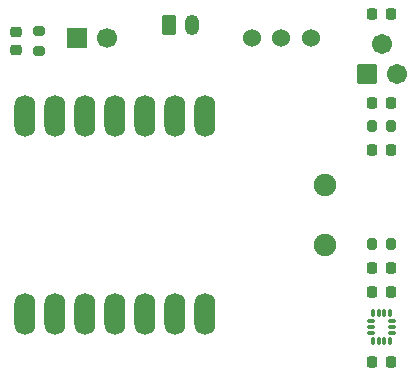
<source format=gbr>
%TF.GenerationSoftware,KiCad,Pcbnew,9.0.6*%
%TF.CreationDate,2026-02-27T13:09:19-08:00*%
%TF.ProjectId,C3_GestureDriver,43335f47-6573-4747-9572-654472697665,rev?*%
%TF.SameCoordinates,Original*%
%TF.FileFunction,Soldermask,Top*%
%TF.FilePolarity,Negative*%
%FSLAX46Y46*%
G04 Gerber Fmt 4.6, Leading zero omitted, Abs format (unit mm)*
G04 Created by KiCad (PCBNEW 9.0.6) date 2026-02-27 13:09:19*
%MOMM*%
%LPD*%
G01*
G04 APERTURE LIST*
G04 Aperture macros list*
%AMRoundRect*
0 Rectangle with rounded corners*
0 $1 Rounding radius*
0 $2 $3 $4 $5 $6 $7 $8 $9 X,Y pos of 4 corners*
0 Add a 4 corners polygon primitive as box body*
4,1,4,$2,$3,$4,$5,$6,$7,$8,$9,$2,$3,0*
0 Add four circle primitives for the rounded corners*
1,1,$1+$1,$2,$3*
1,1,$1+$1,$4,$5*
1,1,$1+$1,$6,$7*
1,1,$1+$1,$8,$9*
0 Add four rect primitives between the rounded corners*
20,1,$1+$1,$2,$3,$4,$5,0*
20,1,$1+$1,$4,$5,$6,$7,0*
20,1,$1+$1,$6,$7,$8,$9,0*
20,1,$1+$1,$8,$9,$2,$3,0*%
G04 Aperture macros list end*
%ADD10RoundRect,0.225000X0.225000X0.250000X-0.225000X0.250000X-0.225000X-0.250000X0.225000X-0.250000X0*%
%ADD11RoundRect,0.087500X0.087500X-0.225000X0.087500X0.225000X-0.087500X0.225000X-0.087500X-0.225000X0*%
%ADD12RoundRect,0.087500X0.225000X-0.087500X0.225000X0.087500X-0.225000X0.087500X-0.225000X-0.087500X0*%
%ADD13O,1.778000X3.556000*%
%ADD14C,1.905000*%
%ADD15RoundRect,0.218750X0.218750X0.256250X-0.218750X0.256250X-0.218750X-0.256250X0.218750X-0.256250X0*%
%ADD16RoundRect,0.218750X-0.218750X-0.256250X0.218750X-0.256250X0.218750X0.256250X-0.218750X0.256250X0*%
%ADD17RoundRect,0.218750X0.256250X-0.218750X0.256250X0.218750X-0.256250X0.218750X-0.256250X-0.218750X0*%
%ADD18RoundRect,0.250000X-0.350000X-0.625000X0.350000X-0.625000X0.350000X0.625000X-0.350000X0.625000X0*%
%ADD19O,1.200000X1.750000*%
%ADD20RoundRect,0.200000X0.200000X0.275000X-0.200000X0.275000X-0.200000X-0.275000X0.200000X-0.275000X0*%
%ADD21C,1.524000*%
%ADD22R,1.700000X1.700000*%
%ADD23C,1.700000*%
%ADD24RoundRect,0.102000X-0.749300X-0.749300X0.749300X-0.749300X0.749300X0.749300X-0.749300X0.749300X0*%
%ADD25C,1.702600*%
%ADD26RoundRect,0.200000X0.275000X-0.200000X0.275000X0.200000X-0.275000X0.200000X-0.275000X-0.200000X0*%
G04 APERTURE END LIST*
D10*
%TO.C,C3*%
X83775000Y-119000000D03*
X82225000Y-119000000D03*
%TD*%
D11*
%TO.C,U2*%
X82250000Y-146662500D03*
X82750000Y-146662500D03*
X83250000Y-146662500D03*
X83750000Y-146662500D03*
D12*
X83912500Y-146000000D03*
X83912500Y-145500000D03*
X83912500Y-145000000D03*
D11*
X83750000Y-144337500D03*
X83250000Y-144337500D03*
X82750000Y-144337500D03*
X82250000Y-144337500D03*
D12*
X82087500Y-145000000D03*
X82087500Y-145500000D03*
X82087500Y-146000000D03*
%TD*%
D13*
%TO.C,U1*%
X52800000Y-144382000D03*
X55340000Y-144382000D03*
X57880000Y-144382000D03*
X60420000Y-144382000D03*
X62960000Y-144382000D03*
X65500000Y-144382000D03*
X68040000Y-144382000D03*
X68040000Y-127618000D03*
X65500000Y-127618000D03*
X62960000Y-127618000D03*
X60420000Y-127618000D03*
X57880000Y-127618000D03*
X55340000Y-127618000D03*
X52800000Y-127618000D03*
D14*
X78200000Y-138540000D03*
X78200000Y-133460000D03*
%TD*%
D15*
%TO.C,D2*%
X83787500Y-130500000D03*
X82212500Y-130500000D03*
%TD*%
D16*
%TO.C,L1*%
X82212500Y-140500000D03*
X83787500Y-140500000D03*
%TD*%
D17*
%TO.C,D1*%
X52018750Y-122075000D03*
X52018750Y-120500000D03*
%TD*%
D10*
%TO.C,C1*%
X83775000Y-142500000D03*
X82225000Y-142500000D03*
%TD*%
D18*
%TO.C,J1*%
X65000000Y-119950000D03*
D19*
X67000000Y-119950000D03*
%TD*%
D20*
%TO.C,R3*%
X83825000Y-138500000D03*
X82175000Y-138500000D03*
%TD*%
D21*
%TO.C,SW2*%
X72000000Y-121000000D03*
X74500000Y-121000000D03*
X77000000Y-121000000D03*
%TD*%
D22*
%TO.C,J2*%
X57225000Y-121000000D03*
D23*
X59765000Y-121000000D03*
%TD*%
D10*
%TO.C,C2*%
X83775000Y-148500000D03*
X82225000Y-148500000D03*
%TD*%
D24*
%TO.C,U3*%
X81738344Y-124083948D03*
D25*
X83008344Y-121543948D03*
X84278344Y-124083948D03*
%TD*%
D10*
%TO.C,C4*%
X83775000Y-126500000D03*
X82225000Y-126500000D03*
%TD*%
D26*
%TO.C,R1*%
X54018750Y-122112500D03*
X54018750Y-120462500D03*
%TD*%
D20*
%TO.C,R2*%
X83825000Y-128500000D03*
X82175000Y-128500000D03*
%TD*%
M02*

</source>
